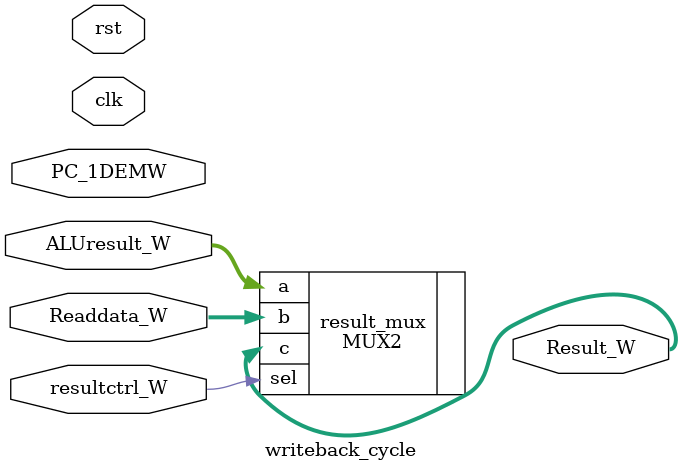
<source format=v>
module writeback_cycle(clk, rst, resultctrl_W, PC_1DEMW, ALUresult_W, Readdata_W, Result_W);

input clk, rst, resultctrl_W;
  input [31:0] PC_1DEMW, ALUresult_W, Readdata_W;

  output [31:0] Result_W;


  MUX2 result_mux (.a(ALUresult_W),
                 .b(Readdata_W),
                 .sel(resultctrl_W),
                 .c(Result_W));
endmodule

</source>
